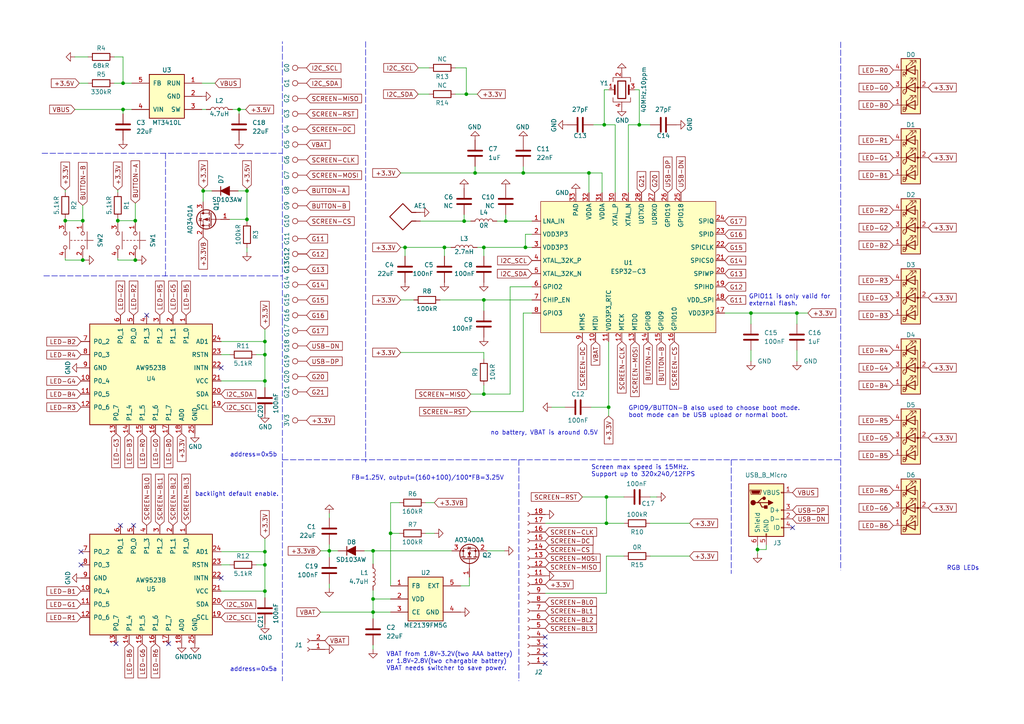
<source format=kicad_sch>
(kicad_sch (version 20211123) (generator eeschema)
  (paper "A4")
  (title_block (title "Dragon Ball Badge") (date "2022-05-22") (rev "v1.1") (company "Vonger Elec & Tech Co.Ltd") (comment 1 "VoCore Studio"))
  (junction (at 231.14 90.805))
  (junction (at 185.42 36.195))
  (junction (at 76.835 110.49))
  (junction (at 108.204 173.736))
  (junction (at 140.335 86.995))
  (junction (at 137.795 50.165))
  (junction (at 35.687 31.75))
  (junction (at 76.835 99.06))
  (junction (at 175.895 144.145))
  (junction (at 76.835 102.87))
  (junction (at 71.628 63.627))
  (junction (at 152.4 71.755))
  (junction (at 176.53 118.11))
  (junction (at 128.905 71.755))
  (junction (at 76.835 163.83))
  (junction (at 24.003 64.008))
  (junction (at 35.687 24.13))
  (junction (at 117.475 71.755))
  (junction (at 219.71 159.385))
  (junction (at 58.928 55.372))
  (junction (at 170.815 50.165))
  (junction (at 135.255 27.305))
  (junction (at 175.895 151.765))
  (junction (at 18.923 64.008))
  (junction (at 151.765 50.165))
  (junction (at 108.204 159.766))
  (junction (at 113.284 154.686))
  (junction (at 175.26 36.195))
  (junction (at 24.003 75.438))
  (junction (at 95.504 159.766))
  (junction (at 71.628 55.372))
  (junction (at 134.62 64.135))
  (junction (at 217.805 90.805))
  (junction (at 76.835 160.02))
  (junction (at 39.243 75.438))
  (junction (at 39.243 64.008))
  (junction (at 34.163 64.008))
  (junction (at 140.335 114.3))
  (junction (at 76.835 171.45))
  (junction (at 69.342 31.75))
  (junction (at 140.335 71.755))
  (junction (at 108.204 177.546))
  (junction (at 146.685 64.135))
  (no_connect (at 158.115 192.405))
  (no_connect (at 158.115 189.865))
  (no_connect (at 158.115 187.325))
  (no_connect (at 158.115 184.785))
  (no_connect (at 229.87 153.035))
  (no_connect (at 33.655 186.69))
  (no_connect (at 48.895 186.69))
  (no_connect (at 23.495 163.83))
  (no_connect (at 42.545 91.44))
  (no_connect (at 23.495 160.02))
  (no_connect (at 34.925 152.4))
  (no_connect (at 38.735 152.4))
  (no_connect (at 64.135 106.68))
  (no_connect (at 64.135 167.64))
  (wire (pts (xy 18.923 55.118) (xy 18.923 55.753)))
  (polyline (pts (xy 48.006 44.45) (xy 48.006 80.01)))
  (wire (pts (xy 217.805 90.805) (xy 231.14 90.805)))
  (wire (pts (xy 175.26 26.035) (xy 175.26 36.195)))
  (wire (pts (xy 168.91 144.145) (xy 175.895 144.145)))
  (wire (pts (xy 71.628 73.152) (xy 71.628 71.882)))
  (wire (pts (xy 138.43 71.755) (xy 140.335 71.755)))
  (wire (pts (xy 174.625 50.165) (xy 174.625 55.88)))
  (polyline (pts (xy 12.192 44.45) (xy 81.788 44.45)))
  (wire (pts (xy 180.975 144.145) (xy 175.895 144.145)))
  (wire (pts (xy 133.604 169.926) (xy 136.144 169.926)))
  (wire (pts (xy 34.163 64.008) (xy 39.243 64.008)))
  (wire (pts (xy 76.835 95.504) (xy 76.835 99.06)))
  (wire (pts (xy 170.815 50.165) (xy 174.625 50.165)))
  (polyline (pts (xy 12.7 80.01) (xy 81.915 80.01)))
  (wire (pts (xy 35.687 31.75) (xy 35.687 33.02)))
  (wire (pts (xy 185.42 26.035) (xy 185.42 36.195)))
  (wire (pts (xy 71.628 63.627) (xy 71.628 55.372)))
  (wire (pts (xy 117.475 71.755) (xy 117.475 74.295)))
  (wire (pts (xy 58.547 24.13) (xy 62.357 24.13)))
  (wire (pts (xy 64.135 102.87) (xy 66.675 102.87)))
  (wire (pts (xy 123.444 154.686) (xy 125.984 154.686)))
  (wire (pts (xy 152.4 67.945) (xy 154.305 67.945)))
  (wire (pts (xy 108.204 188.341) (xy 108.204 187.071)))
  (wire (pts (xy 35.687 16.51) (xy 35.687 24.13)))
  (wire (pts (xy 108.204 159.766) (xy 131.064 159.766)))
  (wire (pts (xy 39.243 74.803) (xy 39.243 75.438)))
  (wire (pts (xy 140.335 71.755) (xy 152.4 71.755)))
  (wire (pts (xy 163.83 118.11) (xy 160.02 118.11)))
  (wire (pts (xy 132.08 27.305) (xy 135.255 27.305)))
  (wire (pts (xy 144.145 64.135) (xy 146.685 64.135)))
  (wire (pts (xy 116.205 102.235) (xy 140.335 102.235)))
  (wire (pts (xy 154.305 90.805) (xy 151.765 90.805)))
  (wire (pts (xy 69.342 31.75) (xy 67.437 31.75)))
  (wire (pts (xy 231.14 90.805) (xy 234.315 90.805)))
  (wire (pts (xy 74.295 163.83) (xy 76.835 163.83)))
  (wire (pts (xy 108.204 173.736) (xy 113.284 173.736)))
  (wire (pts (xy 182.245 36.195) (xy 182.245 55.88)))
  (wire (pts (xy 154.305 83.185) (xy 147.955 83.185)))
  (wire (pts (xy 34.163 74.803) (xy 34.163 75.438)))
  (wire (pts (xy 24.003 64.008) (xy 24.003 64.643)))
  (wire (pts (xy 117.475 71.755) (xy 128.905 71.755)))
  (wire (pts (xy 184.15 26.035) (xy 185.42 26.035)))
  (wire (pts (xy 136.144 167.386) (xy 136.144 169.926)))
  (wire (pts (xy 172.085 36.195) (xy 175.26 36.195)))
  (wire (pts (xy 217.805 90.805) (xy 217.805 93.98)))
  (wire (pts (xy 64.135 163.83) (xy 66.675 163.83)))
  (wire (pts (xy 147.955 83.185) (xy 147.955 114.3)))
  (wire (pts (xy 64.135 110.49) (xy 76.835 110.49)))
  (wire (pts (xy 76.835 160.02) (xy 76.835 163.83)))
  (wire (pts (xy 18.923 64.008) (xy 24.003 64.008)))
  (wire (pts (xy 76.835 110.49) (xy 76.835 112.395)))
  (wire (pts (xy 74.295 102.87) (xy 76.835 102.87)))
  (wire (pts (xy 154.305 71.755) (xy 152.4 71.755)))
  (wire (pts (xy 146.685 62.23) (xy 146.685 64.135)))
  (wire (pts (xy 24.003 59.563) (xy 24.003 64.008)))
  (wire (pts (xy 217.805 101.6) (xy 217.805 104.775)))
  (wire (pts (xy 113.284 154.686) (xy 115.824 154.686)))
  (wire (pts (xy 182.245 36.195) (xy 185.42 36.195)))
  (wire (pts (xy 140.335 102.235) (xy 140.335 104.14)))
  (wire (pts (xy 137.795 48.26) (xy 137.795 50.165)))
  (wire (pts (xy 108.204 171.196) (xy 108.204 173.736)))
  (wire (pts (xy 137.795 50.165) (xy 151.765 50.165)))
  (wire (pts (xy 71.247 31.75) (xy 69.342 31.75)))
  (wire (pts (xy 34.163 63.373) (xy 34.163 64.008)))
  (wire (pts (xy 22.987 24.13) (xy 25.527 24.13)))
  (wire (pts (xy 152.4 71.755) (xy 152.4 67.945)))
  (wire (pts (xy 121.285 19.685) (xy 124.46 19.685)))
  (wire (pts (xy 188.595 161.29) (xy 200.025 161.29)))
  (wire (pts (xy 121.285 27.305) (xy 124.46 27.305)))
  (wire (pts (xy 123.444 145.796) (xy 125.984 145.796)))
  (wire (pts (xy 140.335 114.3) (xy 136.525 114.3)))
  (wire (pts (xy 21.717 16.51) (xy 25.527 16.51)))
  (wire (pts (xy 33.147 16.51) (xy 35.687 16.51)))
  (wire (pts (xy 58.928 55.372) (xy 58.928 58.547)))
  (wire (pts (xy 134.62 64.135) (xy 136.525 64.135)))
  (wire (pts (xy 135.255 27.305) (xy 138.43 27.305)))
  (wire (pts (xy 219.71 158.115) (xy 219.71 159.385)))
  (polyline (pts (xy 81.915 133.35) (xy 243.84 133.35)))
  (polyline (pts (xy 212.09 133.35) (xy 212.09 166.37)))
  (wire (pts (xy 108.204 179.451) (xy 108.204 177.546)))
  (wire (pts (xy 108.204 159.766) (xy 108.204 163.576)))
  (wire (pts (xy 175.26 36.195) (xy 178.435 36.195)))
  (polyline (pts (xy 48.006 80.01) (xy 47.752 80.01)))
  (wire (pts (xy 170.815 55.88) (xy 170.815 50.165)))
  (polyline (pts (xy 106.045 12.065) (xy 106.045 133.985)))
  (wire (pts (xy 210.185 90.805) (xy 217.805 90.805)))
  (wire (pts (xy 92.964 177.546) (xy 108.204 177.546)))
  (wire (pts (xy 39.243 58.928) (xy 39.243 64.008)))
  (wire (pts (xy 146.685 64.135) (xy 154.305 64.135)))
  (wire (pts (xy 176.53 99.06) (xy 176.53 118.11)))
  (wire (pts (xy 18.923 75.438) (xy 24.003 75.438)))
  (wire (pts (xy 61.468 55.372) (xy 58.928 55.372)))
  (wire (pts (xy 95.504 159.766) (xy 98.044 159.766)))
  (wire (pts (xy 127.635 86.995) (xy 140.335 86.995)))
  (wire (pts (xy 76.835 102.87) (xy 76.835 110.49)))
  (wire (pts (xy 76.835 180.975) (xy 76.835 181.102)))
  (wire (pts (xy 58.547 31.75) (xy 59.817 31.75)))
  (wire (pts (xy 64.135 99.06) (xy 76.835 99.06)))
  (wire (pts (xy 116.205 50.165) (xy 137.795 50.165)))
  (wire (pts (xy 135.255 19.685) (xy 135.255 27.305)))
  (polyline (pts (xy 243.84 12.192) (xy 243.84 165.354)))
  (wire (pts (xy 128.905 71.755) (xy 130.81 71.755)))
  (wire (pts (xy 140.335 114.3) (xy 147.955 114.3)))
  (wire (pts (xy 121.92 64.135) (xy 134.62 64.135)))
  (wire (pts (xy 188.595 144.145) (xy 190.5 144.145)))
  (wire (pts (xy 39.243 64.008) (xy 39.243 64.643)))
  (wire (pts (xy 58.928 54.737) (xy 58.928 55.372)))
  (wire (pts (xy 128.905 71.755) (xy 128.905 74.295)))
  (wire (pts (xy 231.14 101.6) (xy 231.14 104.775)))
  (wire (pts (xy 175.895 172.085) (xy 175.895 161.29)))
  (wire (pts (xy 95.504 159.766) (xy 95.504 161.671)))
  (wire (pts (xy 64.135 171.45) (xy 76.835 171.45)))
  (wire (pts (xy 66.548 63.627) (xy 71.628 63.627)))
  (wire (pts (xy 24.003 75.438) (xy 24.638 75.438)))
  (wire (pts (xy 113.284 145.796) (xy 115.824 145.796)))
  (wire (pts (xy 151.765 48.26) (xy 151.765 50.165)))
  (wire (pts (xy 35.687 31.75) (xy 38.227 31.75)))
  (wire (pts (xy 95.504 157.861) (xy 95.504 159.766)))
  (wire (pts (xy 175.895 144.145) (xy 175.895 151.765)))
  (wire (pts (xy 185.42 36.195) (xy 188.595 36.195)))
  (wire (pts (xy 134.62 62.23) (xy 134.62 64.135)))
  (wire (pts (xy 24.003 74.803) (xy 24.003 75.438)))
  (polyline (pts (xy 81.915 92.71) (xy 81.915 12.065)))
  (wire (pts (xy 33.147 24.13) (xy 35.687 24.13)))
  (wire (pts (xy 21.717 31.75) (xy 35.687 31.75)))
  (polyline (pts (xy 81.915 92.71) (xy 81.915 139.065)))
  (wire (pts (xy 18.923 63.373) (xy 18.923 64.008)))
  (wire (pts (xy 39.243 75.438) (xy 39.878 75.438)))
  (wire (pts (xy 76.835 156.21) (xy 76.835 160.02)))
  (wire (pts (xy 140.335 86.995) (xy 154.305 86.995)))
  (wire (pts (xy 71.628 54.737) (xy 71.628 55.372)))
  (polyline (pts (xy 150.495 133.35) (xy 150.495 197.485)))
  (wire (pts (xy 34.163 75.438) (xy 39.243 75.438)))
  (wire (pts (xy 231.14 93.98) (xy 231.14 90.805)))
  (wire (pts (xy 176.53 26.035) (xy 175.26 26.035)))
  (wire (pts (xy 175.895 151.765) (xy 180.975 151.765)))
  (wire (pts (xy 116.205 71.755) (xy 117.475 71.755)))
  (wire (pts (xy 35.687 24.13) (xy 38.227 24.13)))
  (wire (pts (xy 188.595 151.765) (xy 200.025 151.765)))
  (wire (pts (xy 116.205 86.995) (xy 120.015 86.995)))
  (wire (pts (xy 158.115 172.085) (xy 175.895 172.085)))
  (wire (pts (xy 95.504 150.241) (xy 95.504 148.971)))
  (wire (pts (xy 140.335 71.755) (xy 140.335 74.295)))
  (wire (pts (xy 34.163 64.643) (xy 34.163 64.008)))
  (wire (pts (xy 71.628 64.262) (xy 71.628 63.627)))
  (wire (pts (xy 95.504 169.291) (xy 95.504 170.561)))
  (wire (pts (xy 105.664 159.766) (xy 108.204 159.766)))
  (wire (pts (xy 175.895 161.29) (xy 180.975 161.29)))
  (wire (pts (xy 151.765 119.38) (xy 136.525 119.38)))
  (wire (pts (xy 178.435 36.195) (xy 178.435 55.88)))
  (wire (pts (xy 158.115 151.765) (xy 175.895 151.765)))
  (wire (pts (xy 222.25 158.115) (xy 222.25 159.385)))
  (wire (pts (xy 176.53 118.11) (xy 176.53 120.65)))
  (wire (pts (xy 76.835 99.06) (xy 76.835 102.87)))
  (wire (pts (xy 18.923 64.008) (xy 18.923 64.643)))
  (wire (pts (xy 171.45 118.11) (xy 176.53 118.11)))
  (wire (pts (xy 219.71 159.385) (xy 219.71 160.655)))
  (wire (pts (xy 140.335 111.76) (xy 140.335 114.3)))
  (wire (pts (xy 69.088 55.372) (xy 71.628 55.372)))
  (wire (pts (xy 222.25 159.385) (xy 219.71 159.385)))
  (polyline (pts (xy 81.915 139.065) (xy 81.915 197.485)))
  (wire (pts (xy 113.284 154.686) (xy 113.284 169.926)))
  (wire (pts (xy 151.765 50.165) (xy 170.815 50.165)))
  (wire (pts (xy 76.835 163.83) (xy 76.835 171.45)))
  (wire (pts (xy 132.08 19.685) (xy 135.255 19.685)))
  (wire (pts (xy 141.224 159.766) (xy 146.304 159.766)))
  (wire (pts (xy 76.835 171.45) (xy 76.835 173.355)))
  (wire (pts (xy 69.342 31.75) (xy 69.342 33.02)))
  (wire (pts (xy 64.135 160.02) (xy 76.835 160.02)))
  (wire (pts (xy 92.964 159.766) (xy 95.504 159.766)))
  (wire (pts (xy 113.284 177.546) (xy 108.204 177.546)))
  (wire (pts (xy 151.765 90.805) (xy 151.765 119.38)))
  (wire (pts (xy 108.204 177.546) (xy 108.204 173.736)))
  (wire (pts (xy 113.284 154.686) (xy 113.284 145.796)))
  (wire (pts (xy 140.335 86.995) (xy 140.335 90.17)))
  (wire (pts (xy 34.163 55.118) (xy 34.163 55.753)))
  (wire (pts (xy 18.923 74.803) (xy 18.923 75.438)))
  (text "RGB LEDs" (at 274.574 165.608 0) (effects (font (size 1.27 1.27)) (justify left bottom)))
  (text "VBAT from 1.8V~3.2V(two AAA battery)\nor 1.8V~2.8V(two chargable battery)\nVBAT needs switcher to save power." (at 112.014 194.691 0) (effects (font (size 1.27 1.27)) (justify left bottom)))
  (text "Screen max speed is 15MHz.\nSupport up to 320x240/12FPS" (at 171.45 138.43 0) (effects (font (size 1.27 1.27)) (justify left bottom)))
  (text "FB=1.25V, output=(160+100)/100*FB=3.25V" (at 101.854 139.446 0) (effects (font (size 1.27 1.27)) (justify left bottom)))
  (text "no battery, VBAT is around 0.5V" (at 142.24 126.365 0) (effects (font (size 1.27 1.27)) (justify left bottom)))
  (text "GPIO9/BUTTON-B also used to choose boot mode.\nboot mode can be USB upload or normal boot." (at 182.245 121.285 0) (effects (font (size 1.27 1.27)) (justify left bottom)))
  (text "address=0x5b" (at 66.675 132.715 0) (effects (font (size 1.27 1.27)) (justify left bottom)))
  (text "backlight default enable." (at 56.515 144.145 0) (effects (font (size 1.27 1.27)) (justify left bottom)))
  (text "address=0x5a" (at 66.675 194.945 0) (effects (font (size 1.27 1.27)) (justify left bottom)))
  (text "GPIO11 is only valid for \nexternal flash." (at 217.17 88.9 0) (effects (font (size 1.27 1.27)) (justify left bottom)))
  (global_label "SCREEN-RST" (shape input) (at 88.9 33.02 0) (property "Intersheet References" "${INTERSHEET_REFS}" (effects hide)))
  (global_label "+3.3V" (shape input) (at 52.705 125.73 270) (property "Intersheet References" "${INTERSHEET_REFS}" (effects hide)))
  (global_label "LED-G3" (shape input) (at 259.08 86.36 180) (property "Intersheet References" "${INTERSHEET_REFS}" (effects hide)))
  (global_label "VBAT" (shape input) (at 172.72 99.06 270) (property "Intersheet References" "${INTERSHEET_REFS}" (effects hide)))
  (global_label "LED-G5" (shape input) (at 259.08 127 180) (property "Intersheet References" "${INTERSHEET_REFS}" (effects hide)))
  (global_label "SCREEN-DC" (shape input) (at 88.9 37.465 0) (property "Intersheet References" "${INTERSHEET_REFS}" (effects hide)))
  (global_label "VBAT" (shape input) (at 92.964 177.546 180) (property "Intersheet References" "${INTERSHEET_REFS}" (effects hide)))
  (global_label "SCREEN-BL3" (shape input) (at 53.975 152.4 90) (property "Intersheet References" "${INTERSHEET_REFS}" (effects hide)))
  (global_label "I2C_SDA" (shape input) (at 64.135 175.26 0) (property "Intersheet References" "${INTERSHEET_REFS}" (effects hide)))
  (global_label "LED-R4" (shape input) (at 23.495 102.87 180) (property "Intersheet References" "${INTERSHEET_REFS}" (effects hide)))
  (global_label "I2C_SDA" (shape input) (at 154.305 79.375 180) (property "Intersheet References" "${INTERSHEET_REFS}" (effects hide)))
  (global_label "+3.3VB" (shape input) (at 125.984 145.796 0) (property "Intersheet References" "${INTERSHEET_REFS}" (effects hide)))
  (global_label "+3.3V" (shape input) (at 269.24 25.4 0) (property "Intersheet References" "${INTERSHEET_REFS}" (effects hide)))
  (global_label "SCREEN-BL2" (shape input) (at 50.165 152.4 90) (property "Intersheet References" "${INTERSHEET_REFS}" (effects hide)))
  (global_label "SCREEN-CLK" (shape input) (at 180.34 99.06 270) (property "Intersheet References" "${INTERSHEET_REFS}" (effects hide)))
  (global_label "+3.3V" (shape input) (at 116.205 102.235 180) (property "Intersheet References" "${INTERSHEET_REFS}" (effects hide)))
  (global_label "LED-G1" (shape input) (at 23.495 175.26 180) (property "Intersheet References" "${INTERSHEET_REFS}" (effects hide)))
  (global_label "VBAT" (shape input) (at 88.9 41.91 0) (property "Intersheet References" "${INTERSHEET_REFS}" (effects hide)))
  (global_label "LED-R0" (shape input) (at 41.275 125.73 270) (property "Intersheet References" "${INTERSHEET_REFS}" (effects hide)))
  (global_label "+3.3V" (shape input) (at 158.115 169.545 0) (property "Intersheet References" "${INTERSHEET_REFS}" (effects hide)))
  (global_label "+3.3V" (shape input) (at 269.24 86.36 0) (property "Intersheet References" "${INTERSHEET_REFS}" (effects hide)))
  (global_label "LED-R3" (shape input) (at 23.495 118.11 180) (property "Intersheet References" "${INTERSHEET_REFS}" (effects hide)))
  (global_label "G17" (shape input) (at 210.185 64.135 0) (property "Intersheet References" "${INTERSHEET_REFS}" (effects hide)))
  (global_label "+3.3V" (shape input) (at 269.24 147.32 0) (property "Intersheet References" "${INTERSHEET_REFS}" (effects hide)))
  (global_label "LED-G6" (shape input) (at 259.08 147.32 180) (property "Intersheet References" "${INTERSHEET_REFS}" (effects hide)))
  (global_label "G17" (shape input) (at 88.9 95.885 0) (property "Intersheet References" "${INTERSHEET_REFS}" (effects hide)))
  (global_label "SCREEN-CS" (shape input) (at 158.115 159.385 0) (property "Intersheet References" "${INTERSHEET_REFS}" (effects hide)))
  (global_label "+3.5V" (shape input) (at 71.247 31.75 0) (property "Intersheet References" "${INTERSHEET_REFS}" (effects hide)))
  (global_label "LED-G4" (shape input) (at 259.08 106.68 180) (property "Intersheet References" "${INTERSHEET_REFS}" (effects hide)))
  (global_label "+3.3V" (shape input) (at 269.24 66.04 0) (property "Intersheet References" "${INTERSHEET_REFS}" (effects hide)))
  (global_label "LED-R2" (shape input) (at 259.08 60.96 180) (property "Intersheet References" "${INTERSHEET_REFS}" (effects hide)))
  (global_label "+3.3V" (shape input) (at 116.205 86.995 180) (property "Intersheet References" "${INTERSHEET_REFS}" (effects hide)))
  (global_label "BUTTON-A" (shape input) (at 88.9 55.245 0) (property "Intersheet References" "${INTERSHEET_REFS}" (effects hide)))
  (global_label "+3.3V" (shape input) (at 76.835 156.21 90) (property "Intersheet References" "${INTERSHEET_REFS}" (effects hide)))
  (global_label "SCREEN-MOSI" (shape input) (at 88.9 50.8 0) (property "Intersheet References" "${INTERSHEET_REFS}" (effects hide)))
  (global_label "USB-DP" (shape input) (at 229.87 147.955 0) (property "Intersheet References" "${INTERSHEET_REFS}" (effects hide)))
  (global_label "USB-DN" (shape input) (at 197.485 55.88 90) (property "Intersheet References" "${INTERSHEET_REFS}" (effects hide)))
  (global_label "LED-R4" (shape input) (at 259.08 101.6 180) (property "Intersheet References" "${INTERSHEET_REFS}" (effects hide)))
  (global_label "+3.3VB" (shape input) (at 58.928 68.707 270) (property "Intersheet References" "${INTERSHEET_REFS}" (effects hide)))
  (global_label "+3.3V" (shape input) (at 18.923 55.118 90) (property "Intersheet References" "${INTERSHEET_REFS}" (effects hide)))
  (global_label "SCREEN-MOSI" (shape input) (at 158.115 161.925 0) (property "Intersheet References" "${INTERSHEET_REFS}" (effects hide)))
  (global_label "SCREEN-CLK" (shape input) (at 88.9 46.355 0) (property "Intersheet References" "${INTERSHEET_REFS}" (effects hide)))
  (global_label "BUTTON-B" (shape input) (at 24.003 59.563 90) (property "Intersheet References" "${INTERSHEET_REFS}" (effects hide)))
  (global_label "LED-R5" (shape input) (at 46.355 91.44 90) (property "Intersheet References" "${INTERSHEET_REFS}" (effects hide)))
  (global_label "LED-G5" (shape input) (at 50.165 91.44 90) (property "Intersheet References" "${INTERSHEET_REFS}" (effects hide)))
  (global_label "G12" (shape input) (at 88.9 73.66 0) (property "Intersheet References" "${INTERSHEET_REFS}" (effects hide)))
  (global_label "LED-G1" (shape input) (at 259.08 45.72 180) (property "Intersheet References" "${INTERSHEET_REFS}" (effects hide)))
  (global_label "+3.3V" (shape input) (at 176.53 120.65 270) (property "Intersheet References" "${INTERSHEET_REFS}" (effects hide)))
  (global_label "SCREEN-BL1" (shape input) (at 158.115 177.165 0) (property "Intersheet References" "${INTERSHEET_REFS}" (effects hide)))
  (global_label "I2C_SCL" (shape input) (at 121.285 19.685 180) (property "Intersheet References" "${INTERSHEET_REFS}" (effects hide)))
  (global_label "VBUS" (shape input) (at 62.357 24.13 0) (property "Intersheet References" "${INTERSHEET_REFS}" (effects hide)))
  (global_label "G13" (shape input) (at 88.9 78.105 0) (property "Intersheet References" "${INTERSHEET_REFS}" (effects hide)))
  (global_label "+3.3V" (shape input) (at 234.315 90.805 0) (property "Intersheet References" "${INTERSHEET_REFS}" (effects hide)))
  (global_label "LED-B6" (shape input) (at 259.08 152.4 180) (property "Intersheet References" "${INTERSHEET_REFS}" (effects hide)))
  (global_label "I2C_SDA" (shape input) (at 88.9 24.13 0) (property "Intersheet References" "${INTERSHEET_REFS}" (effects hide)))
  (global_label "LED-R5" (shape input) (at 259.08 121.92 180) (property "Intersheet References" "${INTERSHEET_REFS}" (effects hide)))
  (global_label "SCREEN-MISO" (shape input) (at 158.115 164.465 0) (property "Intersheet References" "${INTERSHEET_REFS}" (effects hide)))
  (global_label "+3.3V" (shape input) (at 34.163 55.118 90) (property "Intersheet References" "${INTERSHEET_REFS}" (effects hide)))
  (global_label "G16" (shape input) (at 88.9 91.44 0) (property "Intersheet References" "${INTERSHEET_REFS}" (effects hide)))
  (global_label "SCREEN-BL3" (shape input) (at 158.115 182.245 0) (property "Intersheet References" "${INTERSHEET_REFS}" (effects hide)))
  (global_label "+3.5V" (shape input) (at 71.628 54.737 90) (property "Intersheet References" "${INTERSHEET_REFS}" (effects hide)))
  (global_label "LED-R2" (shape input) (at 38.735 91.44 90) (property "Intersheet References" "${INTERSHEET_REFS}" (effects hide)))
  (global_label "VBAT" (shape input) (at 94.234 185.801 0) (property "Intersheet References" "${INTERSHEET_REFS}" (effects hide)))
  (global_label "USB-DP" (shape input) (at 193.675 55.88 90) (property "Intersheet References" "${INTERSHEET_REFS}" (effects hide)))
  (global_label "LED-B6" (shape input) (at 37.465 186.69 270) (property "Intersheet References" "${INTERSHEET_REFS}" (effects hide)))
  (global_label "I2C_SDA" (shape input) (at 121.285 27.305 180) (property "Intersheet References" "${INTERSHEET_REFS}" (effects hide)))
  (global_label "BUTTON-B" (shape input) (at 191.77 99.06 270) (property "Intersheet References" "${INTERSHEET_REFS}" (effects hide)))
  (global_label "I2C_SCL" (shape input) (at 64.135 118.11 0) (property "Intersheet References" "${INTERSHEET_REFS}" (effects hide)))
  (global_label "G16" (shape input) (at 210.185 67.945 0) (property "Intersheet References" "${INTERSHEET_REFS}" (effects hide)))
  (global_label "SCREEN-MISO" (shape input) (at 136.525 114.3 180) (property "Intersheet References" "${INTERSHEET_REFS}" (effects hide)))
  (global_label "G21" (shape input) (at 186.055 55.88 90) (property "Intersheet References" "${INTERSHEET_REFS}" (effects hide)))
  (global_label "SCREEN-DC" (shape input) (at 158.115 156.845 0) (property "Intersheet References" "${INTERSHEET_REFS}" (effects hide)))
  (global_label "LED-B2" (shape input) (at 259.08 71.12 180) (property "Intersheet References" "${INTERSHEET_REFS}" (effects hide)))
  (global_label "G15" (shape input) (at 210.185 71.755 0) (property "Intersheet References" "${INTERSHEET_REFS}" (effects hide)))
  (global_label "+3.3V" (shape input) (at 200.025 161.29 0) (property "Intersheet References" "${INTERSHEET_REFS}" (effects hide)))
  (global_label "SCREEN-BL2" (shape input) (at 158.115 179.705 0) (property "Intersheet References" "${INTERSHEET_REFS}" (effects hide)))
  (global_label "+3.3V" (shape input) (at 58.928 54.737 90) (property "Intersheet References" "${INTERSHEET_REFS}" (effects hide)))
  (global_label "VBUS" (shape input) (at 229.87 142.875 0) (property "Intersheet References" "${INTERSHEET_REFS}" (effects hide)))
  (global_label "G12" (shape input) (at 210.185 83.185 0) (property "Intersheet References" "${INTERSHEET_REFS}" (effects hide)))
  (global_label "BUTTON-A" (shape input) (at 187.96 99.06 270) (property "Intersheet References" "${INTERSHEET_REFS}" (effects hide)))
  (global_label "SCREEN-CS" (shape input) (at 195.58 99.06 270) (property "Intersheet References" "${INTERSHEET_REFS}" (effects hide)))
  (global_label "SCREEN-BL0" (shape input) (at 158.115 174.625 0) (property "Intersheet References" "${INTERSHEET_REFS}" (effects hide)))
  (global_label "LED-B1" (shape input) (at 23.495 171.45 180) (property "Intersheet References" "${INTERSHEET_REFS}" (effects hide)))
  (global_label "SCREEN-RST" (shape input) (at 136.525 119.38 180) (property "Intersheet References" "${INTERSHEET_REFS}" (effects hide)))
  (global_label "SCREEN-CS" (shape input) (at 88.9 64.135 0) (property "Intersheet References" "${INTERSHEET_REFS}" (effects hide)))
  (global_label "G14" (shape input) (at 88.9 82.55 0) (property "Intersheet References" "${INTERSHEET_REFS}" (effects hide)))
  (global_label "LED-B2" (shape input) (at 23.495 99.06 180) (property "Intersheet References" "${INTERSHEET_REFS}" (effects hide)))
  (global_label "SCREEN-CLK" (shape input) (at 158.115 154.305 0) (property "Intersheet References" "${INTERSHEET_REFS}" (effects hide)))
  (global_label "+3.3V" (shape input) (at 269.24 127 0) (property "Intersheet References" "${INTERSHEET_REFS}" (effects hide)))
  (global_label "LED-R1" (shape input) (at 259.08 40.64 180) (property "Intersheet References" "${INTERSHEET_REFS}" (effects hide)))
  (global_label "LED-G2" (shape input) (at 34.925 91.44 90) (property "Intersheet References" "${INTERSHEET_REFS}" (effects hide)))
  (global_label "G11" (shape input) (at 210.185 86.995 0) (property "Intersheet References" "${INTERSHEET_REFS}" (effects hide)))
  (global_label "LED-B0" (shape input) (at 259.08 30.48 180) (property "Intersheet References" "${INTERSHEET_REFS}" (effects hide)))
  (global_label "LED-B0" (shape input) (at 48.895 125.73 270) (property "Intersheet References" "${INTERSHEET_REFS}" (effects hide)))
  (global_label "I2C_SCL" (shape input) (at 64.135 179.07 0) (property "Intersheet References" "${INTERSHEET_REFS}" (effects hide)))
  (global_label "+3.3V" (shape input) (at 88.9 121.92 0) (property "Intersheet References" "${INTERSHEET_REFS}" (effects hide)))
  (global_label "+3.3V" (shape input) (at 116.205 50.165 180) (property "Intersheet References" "${INTERSHEET_REFS}" (effects hide)))
  (global_label "I2C_SCL" (shape input) (at 88.9 19.685 0) (property "Intersheet References" "${INTERSHEET_REFS}" (effects hide)))
  (global_label "LED-G0" (shape input) (at 45.085 125.73 270) (property "Intersheet References" "${INTERSHEET_REFS}" (effects hide)))
  (global_label "SCREEN-BL0" (shape input) (at 42.545 152.4 90) (property "Intersheet References" "${INTERSHEET_REFS}" (effects hide)))
  (global_label "LED-R6" (shape input) (at 45.085 186.69 270) (property "Intersheet References" "${INTERSHEET_REFS}" (effects hide)))
  (global_label "LED-G3" (shape input) (at 33.655 125.73 270) (property "Intersheet References" "${INTERSHEET_REFS}" (effects hide)))
  (global_label "I2C_SCL" (shape input) (at 154.305 75.565 180) (property "Intersheet References" "${INTERSHEET_REFS}" (effects hide)))
  (global_label "LED-B3" (shape input) (at 259.08 91.44 180) (property "Intersheet References" "${INTERSHEET_REFS}" (effects hide)))
  (global_label "+3.3V" (shape input) (at 200.025 151.765 0) (property "Intersheet References" "${INTERSHEET_REFS}" (effects hide)))
  (global_label "LED-G2" (shape input) (at 259.08 66.04 180) (property "Intersheet References" "${INTERSHEET_REFS}" (effects hide)))
  (global_label "LED-B3" (shape input) (at 37.465 125.73 270) (property "Intersheet References" "${INTERSHEET_REFS}" (effects hide)))
  (global_label "+3.3V" (shape input) (at 116.205 71.755 180) (property "Intersheet References" "${INTERSHEET_REFS}" (effects hide)))
  (global_label "LED-B5" (shape input) (at 259.08 132.08 180) (property "Intersheet References" "${INTERSHEET_REFS}" (effects hide)))
  (global_label "G11" (shape input) (at 88.9 69.215 0) (property "Intersheet References" "${INTERSHEET_REFS}" (effects hide)))
  (global_label "+3.3V" (shape input) (at 76.835 95.504 90) (property "Intersheet References" "${INTERSHEET_REFS}" (effects hide)))
  (global_label "+3.3V" (shape input) (at 269.24 45.72 0) (property "Intersheet References" "${INTERSHEET_REFS}" (effects hide)))
  (global_label "LED-B1" (shape input) (at 259.08 50.8 180) (property "Intersheet References" "${INTERSHEET_REFS}" (effects hide)))
  (global_label "USB-DN" (shape input) (at 88.9 100.33 0) (property "Intersheet References" "${INTERSHEET_REFS}" (effects hide)))
  (global_label "SCREEN-MOSI" (shape input) (at 184.15 99.06 270) (property "Intersheet References" "${INTERSHEET_REFS}" (effects hide)))
  (global_label "G20" (shape input) (at 88.9 109.22 0) (property "Intersheet References" "${INTERSHEET_REFS}" (effects hide)))
  (global_label "BUTTON-B" (shape input) (at 88.9 59.69 0) (property "Intersheet References" "${INTERSHEET_REFS}" (effects hide)))
  (global_label "G15" (shape input) (at 88.9 86.995 0) (property "Intersheet References" "${INTERSHEET_REFS}" (effects hide)))
  (global_label "LED-R0" (shape input) (at 259.08 20.32 180) (property "Intersheet References" "${INTERSHEET_REFS}" (effects hide)))
  (global_label "SCREEN-RST" (shape input) (at 168.91 144.145 180) (property "Intersheet References" "${INTERSHEET_REFS}" (effects hide)))
  (global_label "G14" (shape input) (at 210.185 75.565 0) (property "Intersheet References" "${INTERSHEET_REFS}" (effects hide)))
  (global_label "SCREEN-BL1" (shape input) (at 46.355 152.4 90) (property "Intersheet References" "${INTERSHEET_REFS}" (effects hide)))
  (global_label "+3.3V" (shape input) (at 269.24 106.68 0) (property "Intersheet References" "${INTERSHEET_REFS}" (effects hide)))
  (global_label "SCREEN-MISO" (shape input) (at 88.9 28.575 0) (property "Intersheet References" "${INTERSHEET_REFS}" (effects hide)))
  (global_label "G20" (shape input) (at 189.865 55.88 90) (property "Intersheet References" "${INTERSHEET_REFS}" (effects hide)))
  (global_label "+3.3VB" (shape input) (at 92.964 159.766 180) (property "Intersheet References" "${INTERSHEET_REFS}" (effects hide)))
  (global_label "+3.3V" (shape input) (at 138.43 27.305 0) (property "Intersheet References" "${INTERSHEET_REFS}" (effects hide)))
  (global_label "SCREEN-DC" (shape input) (at 168.91 99.06 270) (property "Intersheet References" "${INTERSHEET_REFS}" (effects hide)))
  (global_label "G21" (shape input) (at 88.9 113.665 0) (property "Intersheet References" "${INTERSHEET_REFS}" (effects hide)))
  (global_label "USB-DN" (shape input) (at 229.87 150.495 0) (property "Intersheet References" "${INTERSHEET_REFS}" (effects hide)))
  (global_label "+3.5V" (shape input) (at 22.987 24.13 180) (property "Intersheet References" "${INTERSHEET_REFS}" (effects hide)))
  (global_label "LED-B5" (shape input) (at 53.975 91.44 90) (property "Intersheet References" "${INTERSHEET_REFS}" (effects hide)))
  (global_label "BUTTON-A" (shape input) (at 39.243 58.928 90) (property "Intersheet References" "${INTERSHEET_REFS}" (effects hide)))
  (global_label "LED-B4" (shape input) (at 259.08 111.76 180) (property "Intersheet References" "${INTERSHEET_REFS}" (effects hide)))
  (global_label "LED-R3" (shape input) (at 259.08 81.28 180) (property "Intersheet References" "${INTERSHEET_REFS}" (effects hide)))
  (global_label "VBUS" (shape input) (at 21.717 31.75 180) (property "Intersheet References" "${INTERSHEET_REFS}" (effects hide)))
  (global_label "G13" (shape input) (at 210.185 79.375 0) (property "Intersheet References" "${INTERSHEET_REFS}" (effects hide)))
  (global_label "I2C_SDA" (shape input) (at 64.135 114.3 0) (property "Intersheet References" "${INTERSHEET_REFS}" (effects hide)))
  (global_label "LED-R6" (shape input) (at 259.08 142.24 180) (property "Intersheet References" "${INTERSHEET_REFS}" (effects hide)))
  (global_label "LED-R1" (shape input) (at 23.495 179.07 180) (property "Intersheet References" "${INTERSHEET_REFS}" (effects hide)))
  (global_label "LED-B4" (shape input) (at 23.495 114.3 180) (property "Intersheet References" "${INTERSHEET_REFS}" (effects hide)))
  (global_label "USB-DP" (shape input) (at 88.9 104.775 0) (property "Intersheet References" "${INTERSHEET_REFS}" (effects hide)))
  (global_label "LED-G6" (shape input) (at 41.275 186.69 270) (property "Intersheet References" "${INTERSHEET_REFS}" (effects hide)))
  (global_label "LED-G4" (shape input) (at 23.495 110.49 180) (property "Intersheet References" "${INTERSHEET_REFS}" (effects hide)))
  (global_label "LED-G0" (shape input) (at 259.08 25.4 180) (property "Intersheet References" "${INTERSHEET_REFS}" (effects hide)))
  (symbol (lib_id "Device:R") (at 119.634 145.796 90) (unit 1)
    (property "Reference" "R6" (at 119.634 143.256 90))
    (property "Value" "160kR" (at 119.634 148.336 90))
    (property "Footprint" "Resistor_SMD:R_0402_1005Metric" (effects hide))
  )
  (symbol (lib_id "power:GND") (at 146.304 159.766 90) (unit 1)
    (property "Reference" "#PWR0114" (effects hide))
    (property "Value" "GND" (effects hide))
  )
  (symbol (lib_id "Connector:TestPoint") (at 88.9 64.135 90) (unit 1)
    (property "Reference" "G10" (at 83.185 64.135 0))
    (property "Value" "TestPoint" (effects hide))
    (property "Footprint" "TestPoint:TestPoint_Pad_D1.0mm" (effects hide))
  )
  (symbol (lib_id "Connector:USB_B_Micro") (at 222.25 147.955 0) (unit 1)
    (property "Reference" "J3" (at 225.425 157.48 0))
    (property "Value" "USB_B_Micro" (at 222.25 137.795 0))
    (property "Footprint" "VoCore2:USB_Micro-B" (effects hide))
  )
  (symbol (lib_id "Device:C") (at 134.62 58.42 0) (mirror x) (unit 1)
    (property "Reference" "C6" (at 131.445 57.15 0) (effects (justify right)))
    (property "Value" "NC" (at 131.445 59.69 0) (effects (justify right)))
    (property "Footprint" "Capacitor_SMD:C_0402_1005Metric" (effects hide))
  )
  (symbol (lib_id "power:GND") (at 76.835 120.015 0) (unit 1)
    (property "Reference" "#PWR0139" (effects hide))
    (property "Value" "GND" (at 74.93 123.825 0) (effects (justify left)))
  )
  (symbol (lib_id "power:GND") (at 140.335 97.79 0) (unit 1)
    (property "Reference" "#PWR0135" (effects hide))
    (property "Value" "GND" (effects hide))
  )
  (symbol (lib_id "power:GND") (at 108.204 188.341 0) (unit 1)
    (property "Reference" "#PWR0113" (effects hide))
    (property "Value" "GND" (effects hide))
  )
  (symbol (lib_id "power:GND") (at 39.878 75.438 90) (unit 1)
    (property "Reference" "#PWR0104" (effects hide))
    (property "Value" "GND" (effects hide))
  )
  (symbol (lib_id "Device:C") (at 76.835 177.165 180) (unit 1)
    (property "Reference" "C21" (at 75.565 182.245 90) (effects (justify right)))
    (property "Value" "100nF" (at 80.01 180.975 90) (effects (justify right)))
    (property "Footprint" "Capacitor_SMD:C_0402_1005Metric" (effects hide))
  )
  (symbol (lib_id "power:GND") (at 190.5 144.145 90) (unit 1)
    (property "Reference" "#PWR0136" (effects hide))
    (property "Value" "GND" (effects hide))
  )
  (symbol (lib_id "VoCore2:AW9523B") (at 43.815 109.22 180) (unit 1)
    (property "Reference" "U4" (at 43.815 109.855 0))
    (property "Value" "AW9523B" (at 43.815 106.68 0))
    (property "Footprint" "Package_DFN_QFN:HVQFN-24-1EP_4x4mm_P0.5mm_EP2.6x2.6mm" (effects hide))
  )
  (symbol (lib_id "power:GND") (at 167.005 55.88 180) (unit 1)
    (property "Reference" "#PWR0103" (effects hide))
    (property "Value" "GND" (at 163.068 55.88 0))
  )
  (symbol (lib_id "Device:R") (at 140.335 107.95 0) (unit 1)
    (property "Reference" "R9" (at 137.795 107.95 90))
    (property "Value" "10kR" (at 142.875 107.95 90))
    (property "Footprint" "Resistor_SMD:R_0402_1005Metric" (effects hide))
  )
  (symbol (lib_id "power:GND") (at 56.515 186.69 0) (unit 1)
    (property "Reference" "#PWR0116" (effects hide))
    (property "Value" "GND" (at 56.515 190.5 0))
  )
  (symbol (lib_id "Connector:TestPoint") (at 88.9 55.245 90) (unit 1)
    (property "Reference" "G8" (at 83.185 55.245 0))
    (property "Value" "TestPoint" (effects hide))
    (property "Footprint" "TestPoint:TestPoint_Pad_D1.0mm" (effects hide))
  )
  (symbol (lib_id "Connector:TestPoint") (at 88.9 95.885 90) (unit 1)
    (property "Reference" "G17" (at 83.185 95.885 0))
    (property "Value" "TestPoint" (effects hide))
    (property "Footprint" "TestPoint:TestPoint_Pad_D1.0mm" (effects hide))
  )
  (symbol (lib_id "power:GND") (at 160.02 118.11 270) (unit 1)
    (property "Reference" "#PWR0134" (effects hide))
    (property "Value" "GND" (effects hide))
  )
  (symbol (lib_id "power:GND") (at 146.685 54.61 180) (unit 1)
    (property "Reference" "#PWR0130" (effects hide))
    (property "Value" "GND" (effects hide))
  )
  (symbol (lib_id "power:GND") (at 95.504 148.971 180) (unit 1)
    (property "Reference" "#PWR0115" (effects hide))
    (property "Value" "GND" (effects hide))
  )
  (symbol (lib_id "power:GND") (at 52.705 186.69 0) (unit 1)
    (property "Reference" "#PWR0117" (effects hide))
    (property "Value" "GND" (at 52.705 190.5 0))
  )
  (symbol (lib_id "Device:C") (at 168.275 36.195 90) (unit 1)
    (property "Reference" "C13" (at 168.275 39.37 90))
    (property "Value" "27pF" (at 168.275 31.75 90))
    (property "Footprint" "Capacitor_SMD:C_0402_1005Metric" (effects hide))
  )
  (symbol (lib_id "Connector:TestPoint") (at 88.9 100.33 90) (unit 1)
    (property "Reference" "G18" (at 83.185 100.33 0))
    (property "Value" "TestPoint" (effects hide))
    (property "Footprint" "TestPoint:TestPoint_Pad_D1.0mm" (effects hide))
  )
  (symbol (lib_id "Device:C") (at 76.835 116.205 180) (unit 1)
    (property "Reference" "C20" (at 75.565 121.285 90) (effects (justify right)))
    (property "Value" "100nF" (at 80.01 120.015 90) (effects (justify right)))
    (property "Footprint" "Capacitor_SMD:C_0402_1005Metric" (effects hide))
  )
  (symbol (lib_id "Device:C") (at 108.204 183.261 0) (unit 1)
    (property "Reference" "C2" (at 112.014 181.9909 0) (effects (justify left)))
    (property "Value" "22uF" (at 112.014 184.5309 0) (effects (justify left)))
    (property "Footprint" "Capacitor_SMD:C_0603_1608Metric" (effects hide))
  )
  (symbol (lib_id "Connector:TestPoint") (at 88.9 82.55 90) (unit 1)
    (property "Reference" "G14" (at 83.185 81.915 0))
    (property "Value" "TestPoint" (effects hide))
    (property "Footprint" "TestPoint:TestPoint_Pad_D1.0mm" (effects hide))
  )
  (symbol (lib_id "power:GND") (at 58.547 27.94 90) (unit 1)
    (property "Reference" "#PWR0109" (effects hide))
    (property "Value" "GND" (effects hide))
  )
  (symbol (lib_id "Switch:SW_Push_Dual") (at 24.003 69.723 270) (unit 1)
    (property "Reference" "SW2" (at 29.083 69.723 0))
    (property "Value" "SW_Push_Dual" (effects hide))
    (property "Footprint" "VoCore2:BUTTON" (effects hide))
  )
  (symbol (lib_id "power:GND") (at 158.115 167.005 90) (unit 1)
    (property "Reference" "#PWR0118" (effects hide))
    (property "Value" "GND" (effects hide))
  )
  (symbol (lib_id "power:GND") (at 94.234 188.341 90) (unit 1)
    (property "Reference" "#PWR0107" (effects hide))
    (property "Value" "GND" (effects hide))
  )
  (symbol (lib_id "Device:R") (at 70.485 163.83 90) (unit 1)
    (property "Reference" "R12" (at 70.485 161.29 90))
    (property "Value" "5.1kR" (at 70.485 166.37 90))
    (property "Footprint" "Resistor_SMD:R_0402_1005Metric" (effects hide))
  )
  (symbol (lib_id "power:GND") (at 23.495 106.68 270) (unit 1)
    (property "Reference" "#PWR0141" (effects hide))
    (property "Value" "GND" (at 19.685 106.68 0))
  )
  (symbol (lib_id "Device:LED_BAGR") (at 264.16 86.36 0) (unit 1)
    (property "Reference" "D3" (at 264.16 76.835 0))
    (property "Value" "LED_BAGR" (effects hide))
  )
  (symbol (lib_id "Device:C") (at 95.504 165.481 0) (mirror x) (unit 1)
    (property "Reference" "C19" (at 92.329 164.211 0) (effects (justify right)))
    (property "Value" "100nF" (at 92.329 166.751 0) (effects (justify right)))
    (property "Footprint" "Capacitor_SMD:C_0402_1005Metric" (effects hide))
  )
  (symbol (lib_id "power:GND") (at 219.71 160.655 0) (unit 1)
    (property "Reference" "#PWR0137" (effects hide))
    (property "Value" "GND" (effects hide))
  )
  (symbol (lib_id "Device:Antenna_Loop") (at 116.84 64.135 90) (unit 1)
    (property "Reference" "AE1" (at 121.92 59.69 90))
    (property "Value" "Antenna_Loop" (effects hide))
    (property "Footprint" "RF_Antenna:Texas_SWRA117D_2.4GHz_Left" (effects hide))
  )
  (symbol (lib_id "Device:D_ALT") (at 101.854 159.766 0) (unit 1)
    (property "Reference" "D8" (at 100.584 157.226 0) (effects (justify left)))
    (property "Value" "SD103AW" (at 97.409 162.306 0) (effects (justify left)))
    (property "Footprint" "Diode_SMD:D_SOD-123" (effects hide))
  )
  (symbol (lib_id "Device:C") (at 35.687 36.83 0) (unit 1)
    (property "Reference" "C3" (at 39.497 35.5599 0) (effects (justify left)))
    (property "Value" "22uF" (at 39.497 38.0999 0) (effects (justify left)))
    (property "Footprint" "Capacitor_SMD:C_0603_1608Metric" (effects hide))
  )
  (symbol (lib_id "Device:R") (at 119.634 154.686 90) (unit 1)
    (property "Reference" "R7" (at 119.634 152.146 90))
    (property "Value" "100kR" (at 119.634 157.226 90))
    (property "Footprint" "Resistor_SMD:R_0402_1005Metric" (effects hide))
  )
  (symbol (lib_id "power:GND") (at 217.805 104.775 0) (unit 1)
    (property "Reference" "#PWR0132" (effects hide))
    (property "Value" "GND" (at 221.742 104.775 0))
  )
  (symbol (lib_id "Connector:TestPoint") (at 88.9 41.91 90) (unit 1)
    (property "Reference" "G5" (at 83.185 41.91 0))
    (property "Value" "TestPoint" (effects hide))
    (property "Footprint" "TestPoint:TestPoint_Pad_D1.0mm" (effects hide))
  )
  (symbol (lib_id "Device:LED_BAGR") (at 264.16 147.32 0) (unit 1)
    (property "Reference" "D6" (at 264.16 137.795 0))
    (property "Value" "LED_BAGR" (effects hide))
  )
  (symbol (lib_id "power:GND") (at 158.115 149.225 90) (unit 1)
    (property "Reference" "#PWR0119" (effects hide))
    (property "Value" "GND" (effects hide))
  )
  (symbol (lib_id "Device:L") (at 140.335 64.135 90) (unit 1)
    (property "Reference" "L4" (at 140.335 61.595 90))
    (property "Value" "0R" (at 140.335 65.405 90))
    (property "Footprint" "Inductor_SMD:L_0402_1005Metric" (effects hide))
  )
  (symbol (lib_id "power:GND") (at 71.628 73.152 0) (unit 1)
    (property "Reference" "#PWR0106" (effects hide))
    (property "Value" "GND" (effects hide))
  )
  (symbol (lib_id "Connector:TestPoint") (at 88.9 37.465 90) (unit 1)
    (property "Reference" "G4" (at 83.185 37.465 0))
    (property "Value" "TestPoint" (effects hide))
    (property "Footprint" "TestPoint:TestPoint_Pad_D1.0mm" (effects hide))
  )
  (symbol (lib_id "power:GND") (at 164.465 36.195 270) (unit 1)
    (property "Reference" "#PWR0128" (effects hide))
    (property "Value" "GND" (at 160.655 34.29 0) (effects (justify left)))
  )
  (symbol (lib_id "Device:C") (at 137.795 44.45 180) (unit 1)
    (property "Reference" "C7" (at 141.605 43.1799 0) (effects (justify right)))
    (property "Value" "1uF" (at 141.605 45.7199 0) (effects (justify right)))
    (property "Footprint" "Capacitor_SMD:C_0402_1005Metric" (effects hide))
  )
  (symbol (lib_id "Transistor_FET:AO3401A") (at 61.468 63.627 0) (mirror y) (unit 1)
    (property "Reference" "Q1" (at 62.738 59.817 90))
    (property "Value" "AO3401A" (at 55.118 63.627 90))
    (property "Footprint" "Package_TO_SOT_SMD:SOT-23" (effects hide))
    (property "Datasheet" "http://www.aosmd.com/pdfs/datasheet/AO3401A.pdf" (effects hide))
  )
  (symbol (lib_id "Connector:TestPoint") (at 88.9 59.69 90) (unit 1)
    (property "Reference" "G9" (at 83.185 59.69 0))
    (property "Value" "TestPoint" (effects hide))
    (property "Footprint" "TestPoint:TestPoint_Pad_D1.0mm" (effects hide))
  )
  (symbol (lib_id "Connector:TestPoint") (at 88.9 121.92 90) (unit 1)
    (property "Reference" "3V3" (at 83.185 121.92 0))
    (property "Value" "TestPoint" (effects hide))
    (property "Footprint" "TestPoint:TestPoint_Pad_D1.0mm" (effects hide))
  )
  (symbol (lib_id "VoCore2:AW9523B") (at 43.815 170.18 180) (unit 1)
    (property "Reference" "U5" (at 43.815 170.815 0))
    (property "Value" "AW9523B" (at 43.815 168.275 0))
    (property "Footprint" "Package_DFN_QFN:HVQFN-24-1EP_4x4mm_P0.5mm_EP2.6x2.6mm" (effects hide))
  )
  (symbol (lib_id "Connector:TestPoint") (at 88.9 24.13 90) (unit 1)
    (property "Reference" "G1" (at 83.185 24.13 0))
    (property "Value" "TestPoint" (effects hide))
    (property "Footprint" "TestPoint:TestPoint_Pad_D1.0mm" (effects hide))
  )
  (symbol (lib_id "power:GND") (at 121.92 61.595 90) (mirror x) (unit 1)
    (property "Reference" "#PWR0124" (effects hide))
    (property "Value" "GND" (effects hide))
  )
  (symbol (lib_id "Connector:Conn_01x02_Female") (at 89.154 188.341 180) (unit 1)
    (property "Reference" "J1" (at 86.614 187.071 0))
    (property "Value" "Conn_01x02_Female" (effects hide))
    (property "Footprint" "Connector_PinSocket_2.54mm:PinSocket_1x02_P2.54mm_Vertical" (effects hide))
  )
  (symbol (lib_id "Device:R") (at 18.923 59.563 0) (unit 1)
    (property "Reference" "R2" (at 21.463 59.563 90))
    (property "Value" "5.1kR" (at 16.383 59.563 90))
    (property "Footprint" "Resistor_SMD:R_0402_1005Metric" (effects hide))
  )
  (symbol (lib_id "Device:C") (at 184.785 144.145 90) (mirror x) (unit 1)
    (property "Reference" "C17" (at 186.055 146.05 90) (effects (justify right)))
    (property "Value" "100nF" (at 181.61 140.335 90) (effects (justify right)))
    (property "Footprint" "Capacitor_SMD:C_0402_1005Metric" (effects hide))
  )
  (symbol (lib_id "Connector:TestPoint") (at 88.9 109.22 90) (unit 1)
    (property "Reference" "G20" (at 83.185 109.22 0))
    (property "Value" "TestPoint" (effects hide))
    (property "Footprint" "TestPoint:TestPoint_Pad_D1.0mm" (effects hide))
  )
  (symbol (lib_id "Device:Crystal_GND24") (at 180.34 26.035 0) (unit 1)
    (property "Reference" "Y1" (at 175.26 24.13 0))
    (property "Value" "40MHz,10ppm" (at 186.69 26.035 90))
    (property "Footprint" "Crystal:Crystal_SMD_3225-4Pin_3.2x2.5mm" (effects hide))
  )
  (symbol (lib_id "power:GND") (at 231.14 104.775 0) (unit 1)
    (property "Reference" "#PWR0133" (effects hide))
    (property "Value" "GND" (at 235.077 104.775 0))
  )
  (symbol (lib_id "VoCore2:MT3410L") (at 53.467 34.29 0) (mirror y) (unit 1)
    (property "Reference" "U3" (at 48.387 20.32 0))
    (property "Value" "MT3410L" (at 48.387 35.56 0))
    (property "Footprint" "Package_TO_SOT_SMD:SOT-23-5" (effects hide))
  )
  (symbol (lib_id "Connector:TestPoint") (at 88.9 73.66 90) (unit 1)
    (property "Reference" "G12" (at 83.185 73.66 0))
    (property "Value" "TestPoint" (effects hide))
    (property "Footprint" "TestPoint:TestPoint_Pad_D1.0mm" (effects hide))
  )
  (symbol (lib_id "Device:R") (at 128.27 27.305 90) (unit 1)
    (property "Reference" "R14" (at 128.27 29.845 90))
    (property "Value" "NC" (at 128.27 24.765 90))
    (property "Footprint" "Resistor_SMD:R_0402_1005Metric" (effects hide))
  )
  (symbol (lib_id "Device:R") (at 29.337 24.13 90) (unit 1)
    (property "Reference" "R5" (at 29.337 21.59 90))
    (property "Value" "330kR" (at 29.337 26.67 90))
    (property "Footprint" "Resistor_SMD:R_0402_1005Metric" (effects hide))
  )
  (symbol (lib_id "Device:C") (at 69.342 36.83 0) (unit 1)
    (property "Reference" "C18" (at 73.152 35.5599 0) (effects (justify left)))
    (property "Value" "22uF" (at 73.152 38.0999 0) (effects (justify left)))
    (property "Footprint" "Capacitor_SMD:C_0603_1608Metric" (effects hide))
  )
  (symbol (lib_id "Connector:Conn_01x18_Female") (at 153.035 172.085 180) (unit 1)
    (property "Reference" "J2" (at 156.21 194.945 0))
    (property "Value" "SCREEN" (effects hide))
    (property "Footprint" "Connector_FFC-FPC:Hirose_FH12-18S-0.5SH_1x18-1MP_P0.50mm_Horizontal" (effects hide))
  )
  (symbol (lib_id "Connector:TestPoint") (at 88.9 33.02 90) (unit 1)
    (property "Reference" "G3" (at 83.185 33.02 0))
    (property "Value" "TestPoint" (effects hide))
    (property "Footprint" "TestPoint:TestPoint_Pad_D1.0mm" (effects hide))
  )
  (symbol (lib_id "Device:C") (at 140.335 78.105 0) (mirror x) (unit 1)
    (property "Reference" "C8" (at 137.16 76.835 0) (effects (justify right)))
    (property "Value" "100nF" (at 137.795 79.375 0) (effects (justify right)))
    (property "Footprint" "Capacitor_SMD:C_0402_1005Metric" (effects hide))
  )
  (symbol (lib_id "power:GND") (at 128.905 81.915 0) (unit 1)
    (property "Reference" "#PWR0126" (effects hide))
    (property "Value" "GND" (effects hide))
  )
  (symbol (lib_id "Connector:TestPoint") (at 88.9 86.995 90) (unit 1)
    (property "Reference" "G15" (at 83.185 86.995 0))
    (property "Value" "TestPoint" (effects hide))
    (property "Footprint" "TestPoint:TestPoint_Pad_D1.0mm" (effects hide))
  )
  (symbol (lib_id "VoCore2:ESP32-C3") (at 182.245 77.47 0) (unit 1)
    (property "Reference" "U1" (at 182.245 76.2 0))
    (property "Value" "ESP32-C3" (at 182.245 78.74 0))
    (property "Footprint" "Package_DFN_QFN:QFN-32-1EP_5x5mm_P0.5mm_EP3.1x3.1mm" (effects hide))
  )
  (symbol (lib_id "Device:C") (at 117.475 78.105 0) (mirror x) (unit 1)
    (property "Reference" "C4" (at 114.3 76.835 0) (effects (justify right)))
    (property "Value" "22uF" (at 114.3 79.375 0) (effects (justify right)))
    (property "Footprint" "Capacitor_SMD:C_0603_1608Metric" (effects hide))
  )
  (symbol (lib_id "VoCore2:ME2139FM5G") (at 118.364 180.086 0) (unit 1)
    (property "Reference" "U2" (at 123.444 166.116 0))
    (property "Value" "ME2139FM5G" (at 123.444 181.356 0))
    (property "Footprint" "Package_TO_SOT_SMD:SOT-23-5" (effects hide))
  )
  (symbol (lib_id "Device:C") (at 231.14 97.79 180) (unit 1)
    (property "Reference" "C16" (at 234.315 96.5199 0) (effects (justify right)))
    (property "Value" "1uF" (at 234.315 99.0599 0) (effects (justify right)))
    (property "Footprint" "Capacitor_SMD:C_0402_1005Metric" (effects hide))
  )
  (symbol (lib_id "Device:R") (at 123.825 86.995 90) (unit 1)
    (property "Reference" "R8" (at 123.825 84.455 90))
    (property "Value" "100kR" (at 123.825 89.535 90))
    (property "Footprint" "Resistor_SMD:R_0402_1005Metric" (effects hide))
  )
  (symbol (lib_id "Device:LED_BAGR") (at 264.16 127 0) (unit 1)
    (property "Reference" "D5" (at 264.16 117.475 0))
    (property "Value" "LED_BAGR" (effects hide))
  )
  (symbol (lib_id "Device:C") (at 217.805 97.79 180) (unit 1)
    (property "Reference" "C15" (at 221.615 96.5199 0) (effects (justify right)))
    (property "Value" "100nF" (at 221.615 99.0599 0) (effects (justify right)))
    (property "Footprint" "Capacitor_SMD:C_0402_1005Metric" (effects hide))
  )
  (symbol (lib_id "Connector:TestPoint") (at 88.9 91.44 90) (unit 1)
    (property "Reference" "G16" (at 83.185 91.44 0))
    (property "Value" "TestPoint" (effects hide))
    (property "Footprint" "TestPoint:TestPoint_Pad_D1.0mm" (effects hide))
  )
  (symbol (lib_id "Device:L") (at 108.204 167.386 0) (mirror x) (unit 1)
    (property "Reference" "L1" (at 106.934 166.1159 0) (effects (justify right)))
    (property "Value" "4.7uH" (at 106.934 168.6559 0) (effects (justify right)))
    (property "Footprint" "Inductor_SMD:L_1008_2520Metric" (effects hide))
  )
  (symbol (lib_id "Device:LED_BAGR") (at 264.16 66.04 0) (unit 1)
    (property "Reference" "D2" (at 264.16 56.515 0))
    (property "Value" "LED_BAGR" (effects hide))
  )
  (symbol (lib_id "Connector:TestPoint") (at 88.9 104.775 90) (unit 1)
    (property "Reference" "G19" (at 83.185 104.775 0))
    (property "Value" "TestPoint" (effects hide))
    (property "Footprint" "TestPoint:TestPoint_Pad_D1.0mm" (effects hide))
  )
  (symbol (lib_id "Device:LED_BAGR") (at 264.16 106.68 0) (unit 1)
    (property "Reference" "D4" (at 264.16 97.155 0))
    (property "Value" "LED_BAGR" (effects hide))
  )
  (symbol (lib_id "Switch:SW_Push_Dual") (at 39.243 69.723 270) (unit 1)
    (property "Reference" "SW1" (at 44.323 69.723 0))
    (property "Value" "SW_Push_Dual" (effects hide))
    (property "Footprint" "VoCore2:BUTTON" (effects hide))
  )
  (symbol (lib_id "Device:C") (at 151.765 44.45 180) (unit 1)
    (property "Reference" "C11" (at 155.575 43.1799 0) (effects (justify right)))
    (property "Value" "22nF" (at 155.575 45.7199 0) (effects (justify right)))
    (property "Footprint" "Capacitor_SMD:C_0402_1005Metric" (effects hide))
  )
  (symbol (lib_id "power:GND") (at 180.34 31.115 0) (unit 1)
    (property "Reference" "#PWR0101" (effects hide))
    (property "Value" "GND" (at 178.435 34.925 0) (effects (justify left)))
  )
  (symbol (lib_id "Device:R") (at 29.337 16.51 90) (unit 1)
    (property "Reference" "R4" (at 29.337 13.97 90))
    (property "Value" "68kR" (at 29.337 19.05 90))
    (property "Footprint" "Resistor_SMD:R_0402_1005Metric" (effects hide))
  )
  (symbol (lib_id "Connector:TestPoint") (at 88.9 78.105 90) (unit 1)
    (property "Reference" "G13" (at 83.185 77.47 0))
    (property "Value" "TestPoint" (effects hide))
    (property "Footprint" "TestPoint:TestPoint_Pad_D1.0mm" (effects hide))
  )
  (symbol (lib_id "Device:C") (at 140.335 93.98 0) (mirror x) (unit 1)
    (property "Reference" "C9" (at 137.16 92.71 0) (effects (justify right)))
    (property "Value" "100nF" (at 137.16 95.25 0) (effects (justify right)))
    (property "Footprint" "Capacitor_SMD:C_0402_1005Metric" (effects hide))
  )
  (symbol (lib_id "Device:R") (at 128.27 19.685 90) (unit 1)
    (property "Reference" "R13" (at 128.27 22.225 90))
    (property "Value" "NC" (at 128.27 17.145 90))
    (property "Footprint" "Resistor_SMD:R_0402_1005Metric" (effects hide))
  )
  (symbol (lib_id "Device:R") (at 184.785 161.29 90) (unit 1)
    (property "Reference" "R15" (at 184.785 163.83 90))
    (property "Value" "0R" (at 184.785 158.75 90))
    (property "Footprint" "Resistor_SMD:R_0402_1005Metric" (effects hide))
  )
  (symbol (lib_id "power:GND") (at 180.34 20.955 180) (unit 1)
    (property "Reference" "#PWR0102" (effects hide))
    (property "Value" "GND" (effects hide))
  )
  (symbol (lib_id "power:GND") (at 76.835 181.102 0) (unit 1)
    (property "Reference" "#PWR0120" (effects hide))
    (property "Value" "GND" (at 74.93 184.912 0) (effects (justify left)))
  )
  (symbol (lib_id "Device:L") (at 63.627 31.75 90) (unit 1)
    (property "Reference" "L2" (at 63.627 29.21 90))
    (property "Value" "4.7uH" (at 63.627 33.02 90))
    (property "Footprint" "Inductor_SMD:L_1008_2520Metric" (effects hide))
  )
  (symbol (lib_id "Connector:TestPoint") (at 88.9 69.215 90) (unit 1)
    (property "Reference" "G11" (at 83.185 69.215 0))
    (property "Value" "TestPoint" (effects hide))
    (property "Footprint" "TestPoint:TestPoint_Pad_D1.0mm" (effects hide))
  )
  (symbol (lib_id "Connector:TestPoint") (at 88.9 19.685 90) (unit 1)
    (property "Reference" "G0" (at 83.185 19.685 0))
    (property "Value" "TestPoint" (effects hide))
    (property "Footprint" "TestPoint:TestPoint_Pad_D1.0mm" (effects hide))
  )
  (symbol (lib_id "Device:C") (at 146.685 58.42 0) (mirror x) (unit 1)
    (property "Reference" "C10" (at 143.51 57.15 0) (effects (justify right)))
    (property "Value" "NC" (at 143.51 59.69 0) (effects (justify right)))
    (property "Footprint" "Capacitor_SMD:C_0402_1005Metric" (effects hide))
  )
  (symbol (lib_id "Device:R") (at 70.485 102.87 90) (unit 1)
    (property "Reference" "R11" (at 70.485 100.33 90))
    (property "Value" "5.1kR" (at 70.485 105.41 90))
    (property "Footprint" "Resistor_SMD:R_0402_1005Metric" (effects hide))
  )
  (symbol (lib_id "power:GND") (at 35.687 40.64 0) (unit 1)
    (property "Reference" "#PWR0110" (effects hide))
    (property "Value" "GND" (effects hide))
  )
  (symbol (lib_id "power:GND") (at 196.215 36.195 90) (unit 1)
    (property "Reference" "#PWR0131" (effects hide))
    (property "Value" "GND" (at 200.025 38.1 0) (effects (justify left)))
  )
  (symbol (lib_id "power:GND") (at 134.62 54.61 180) (unit 1)
    (property "Reference" "#PWR0123" (effects hide))
    (property "Value" "GND" (effects hide))
  )
  (symbol (lib_id "Connector:TestPoint") (at 88.9 28.575 90) (unit 1)
    (property "Reference" "G2" (at 83.185 28.575 0))
    (property "Value" "TestPoint" (effects hide))
    (property "Footprint" "TestPoint:TestPoint_Pad_D1.0mm" (effects hide))
  )
  (symbol (lib_id "power:GND") (at 24.638 75.438 90) (unit 1)
    (property "Reference" "#PWR0105" (effects hide))
    (property "Value" "GND" (effects hide))
  )
  (symbol (lib_id "Device:R") (at 34.163 59.563 0) (unit 1)
    (property "Reference" "R1" (at 36.703 59.563 90))
    (property "Value" "5.1kR" (at 31.623 59.563 90))
    (property "Footprint" "Resistor_SMD:R_0402_1005Metric" (effects hide))
  )
  (symbol (lib_id "Device:C") (at 192.405 36.195 90) (unit 1)
    (property "Reference" "C14" (at 192.405 39.37 90))
    (property "Value" "27pF" (at 192.405 31.75 90))
    (property "Footprint" "Capacitor_SMD:C_0402_1005Metric" (effects hide))
  )
  (symbol (lib_id "Device:LED_BAGR") (at 264.16 25.4 0) (unit 1)
    (property "Reference" "D0" (at 264.16 15.875 0))
    (property "Value" "LED_BAGR" (effects hide))
  )
  (symbol (lib_id "Device:LED_BAGR") (at 264.16 45.72 0) (unit 1)
    (property "Reference" "D1" (at 264.16 36.195 0))
    (property "Value" "LED_BAGR" (effects hide))
  )
  (symbol (lib_id "Device:R") (at 184.785 151.765 90) (unit 1)
    (property "Reference" "R10" (at 184.785 154.305 90))
    (property "Value" "100kR" (at 184.785 149.225 90))
    (property "Footprint" "Resistor_SMD:R_0402_1005Metric" (effects hide))
  )
  (symbol (lib_id "power:GND") (at 56.515 125.73 0) (unit 1)
    (property "Reference" "#PWR0140" (effects hide))
    (property "Value" "GND" (at 54.61 129.54 0) (effects (justify left)))
  )
  (symbol (lib_id "Device:C") (at 95.504 154.051 0) (mirror x) (unit 1)
    (property "Reference" "C1" (at 91.694 152.7809 0) (effects (justify right)))
    (property "Value" "22uF" (at 91.694 155.3209 0) (effects (justify right)))
    (property "Footprint" "Capacitor_SMD:C_0603_1608Metric" (effects hide))
  )
  (symbol (lib_id "power:GND") (at 151.765 40.64 180) (unit 1)
    (property "Reference" "#PWR0127" (effects hide))
    (property "Value" "GND" (at 153.67 36.83 0) (effects (justify left)))
  )
  (symbol (lib_id "Connector:TestPoint") (at 88.9 113.665 90) (unit 1)
    (property "Reference" "G21" (at 83.185 113.665 0))
    (property "Value" "TestPoint" (effects hide))
    (property "Footprint" "TestPoint:TestPoint_Pad_D1.0mm" (effects hide))
  )
  (symbol (lib_id "Device:R") (at 71.628 68.072 180) (unit 1)
    (property "Reference" "R3" (at 74.168 68.072 90))
    (property "Value" "100kR" (at 69.088 68.072 90))
    (property "Footprint" "Resistor_SMD:R_0402_1005Metric" (effects hide))
  )
  (symbol (lib_id "power:GND") (at 117.475 81.915 0) (unit 1)
    (property "Reference" "#PWR0122" (effects hide))
    (property "Value" "GND" (effects hide))
  )
  (symbol (lib_id "power:GND") (at 133.604 177.546 90) (unit 1)
    (property "Reference" "#PWR0111" (effects hide))
    (property "Value" "GND" (effects hide))
  )
  (symbol (lib_id "power:GND") (at 140.335 81.915 0) (unit 1)
    (property "Reference" "#PWR0125" (effects hide))
    (property "Value" "GND" (effects hide))
  )
  (symbol (lib_id "power:GND") (at 95.504 170.561 0) (unit 1)
    (property "Reference" "#PWR01" (effects hide))
    (property "Value" "GND" (effects hide))
  )
  (symbol (lib_id "Transistor_FET:AO3400A") (at 136.144 162.306 90) (unit 1)
    (property "Reference" "Q2" (at 141.224 161.036 90))
    (property "Value" "AO3400A" (at 136.144 156.591 90))
    (property "Footprint" "Package_TO_SOT_SMD:SOT-23" (effects hide))
    (property "Datasheet" "http://www.aosmd.com/pdfs/datasheet/AO3400A.pdf" (effects hide))
  )
  (symbol (lib_id "Device:C") (at 167.64 118.11 270) (unit 1)
    (property "Reference" "C12" (at 167.64 114.3 90))
    (property "Value" "100nF" (at 167.64 121.92 90))
    (property "Footprint" "Capacitor_SMD:C_0402_1005Metric" (effects hide))
  )
  (symbol (lib_id "power:GND") (at 125.984 154.686 90) (unit 1)
    (property "Reference" "#PWR0112" (effects hide))
    (property "Value" "GND" (effects hide))
  )
  (symbol (lib_id "Connector:TestPoint") (at 88.9 46.355 90) (unit 1)
    (property "Reference" "G6" (at 83.185 46.355 0))
    (property "Value" "TestPoint" (effects hide))
    (property "Footprint" "TestPoint:TestPoint_Pad_D1.0mm" (effects hide))
  )
  (symbol (lib_id "power:GND") (at 23.495 167.64 270) (unit 1)
    (property "Reference" "#PWR0121" (effects hide))
    (property "Value" "GND" (at 19.685 167.64 0))
  )
  (symbol (lib_id "power:GND") (at 137.795 40.64 180) (unit 1)
    (property "Reference" "#PWR0129" (effects hide))
    (property "Value" "GND" (at 139.7 36.83 0) (effects (justify left)))
  )
  (symbol (lib_id "Connector:TestPoint") (at 88.9 50.8 90) (unit 1)
    (property "Reference" "G7" (at 83.185 50.8 0))
    (property "Value" "TestPoint" (effects hide))
    (property "Footprint" "TestPoint:TestPoint_Pad_D1.0mm" (effects hide))
  )
  (symbol (lib_id "Device:C") (at 128.905 78.105 0) (mirror x) (unit 1)
    (property "Reference" "C5" (at 125.73 76.835 0) (effects (justify right)))
    (property "Value" "100nF" (at 125.73 79.375 0) (effects (justify right)))
    (property "Footprint" "Capacitor_SMD:C_0402_1005Metric" (effects hide))
  )
  (symbol (lib_id "power:GND") (at 21.717 16.51 270) (unit 1)
    (property "Reference" "#PWR0108" (effects hide))
    (property "Value" "GND" (effects hide))
  )
  (symbol (lib_id "Device:L") (at 134.62 71.755 90) (unit 1)
    (property "Reference" "L3" (at 134.62 69.215 90))
    (property "Value" "2.7nH" (at 134.62 73.025 90))
    (property "Footprint" "Inductor_SMD:L_0402_1005Metric" (effects hide))
  )
  (symbol (lib_id "power:GND") (at 69.342 40.64 0) (unit 1)
    (property "Reference" "#PWR0138" (effects hide))
    (property "Value" "GND" (effects hide))
  )
  (symbol (lib_id "Device:D_ALT") (at 65.278 55.372 0) (unit 1)
    (property "Reference" "D7" (at 64.1096 53.34 90) (effects (justify left)))
    (property "Value" "SD103AW" (at 61.468 57.912 0) (effects (justify left)))
    (property "Footprint" "Diode_SMD:D_SOD-123" (effects hide))
  )
)
</source>
